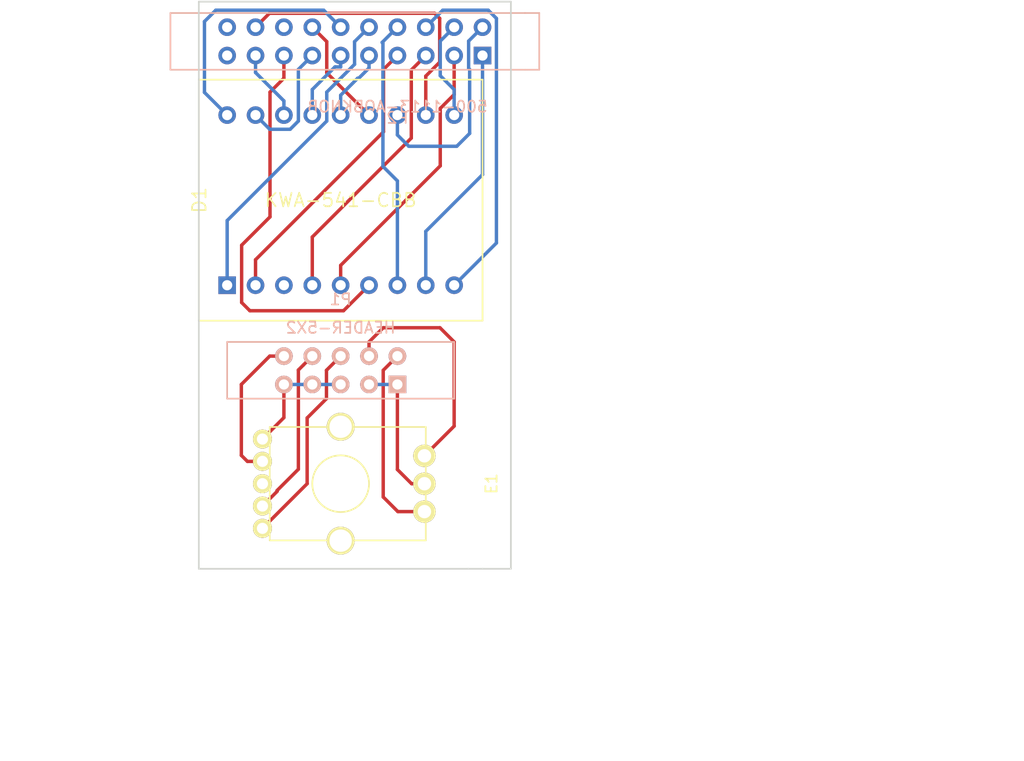
<source format=kicad_pcb>
(kicad_pcb (version 4) (host pcbnew 4.0.5)

  (general
    (links 27)
    (no_connects 10)
    (area 93.904999 92.634999 121.995001 143.585001)
    (thickness 1.6)
    (drawings 9)
    (tracks 119)
    (zones 0)
    (modules 4)
    (nets 27)
  )

  (page A)
  (title_block
    (title "Quad Encoder/2 Digit Display")
    (date 2017-01-18)
    (rev A)
  )

  (layers
    (0 F.Cu signal)
    (31 B.Cu signal)
    (32 B.Adhes user)
    (33 F.Adhes user)
    (34 B.Paste user)
    (35 F.Paste user)
    (36 B.SilkS user)
    (37 F.SilkS user)
    (38 B.Mask user)
    (39 F.Mask user)
    (40 Dwgs.User user)
    (41 Cmts.User user)
    (42 Eco1.User user)
    (43 Eco2.User user)
    (44 Edge.Cuts user)
    (45 Margin user)
    (46 B.CrtYd user)
    (47 F.CrtYd user)
    (48 B.Fab user)
    (49 F.Fab user)
  )

  (setup
    (last_trace_width 0.3048)
    (trace_clearance 0.3048)
    (zone_clearance 0.508)
    (zone_45_only no)
    (trace_min 0.2)
    (segment_width 0.2)
    (edge_width 0.15)
    (via_size 1.5748)
    (via_drill 0.9144)
    (via_min_size 0.4)
    (via_min_drill 0.3)
    (uvia_size 0.3)
    (uvia_drill 0.1)
    (uvias_allowed no)
    (uvia_min_size 0.2)
    (uvia_min_drill 0.1)
    (pcb_text_width 0.3)
    (pcb_text_size 1.5 1.5)
    (mod_edge_width 0.15)
    (mod_text_size 1 1)
    (mod_text_width 0.15)
    (pad_size 1.524 1.524)
    (pad_drill 0.762)
    (pad_to_mask_clearance 0.2)
    (aux_axis_origin 0 0)
    (visible_elements 7FFFEFFF)
    (pcbplotparams
      (layerselection 0x00030_80000001)
      (usegerberextensions false)
      (excludeedgelayer true)
      (linewidth 0.100000)
      (plotframeref false)
      (viasonmask false)
      (mode 1)
      (useauxorigin false)
      (hpglpennumber 1)
      (hpglpenspeed 20)
      (hpglpendiameter 15)
      (hpglpenoverlay 2)
      (psnegative false)
      (psa4output false)
      (plotreference true)
      (plotvalue true)
      (plotinvisibletext false)
      (padsonsilk false)
      (subtractmaskfromsilk false)
      (outputformat 1)
      (mirror false)
      (drillshape 0)
      (scaleselection 1)
      (outputdirectory ""))
  )

  (net 0 "")
  (net 1 "Net-(D1-Pad18)")
  (net 2 "Net-(D1-Pad1)")
  (net 3 "Net-(D1-Pad17)")
  (net 4 "Net-(D1-Pad2)")
  (net 5 "Net-(D1-Pad16)")
  (net 6 "Net-(D1-Pad15)")
  (net 7 "Net-(D1-Pad4)")
  (net 8 "Net-(D1-Pad14)")
  (net 9 "Net-(D1-Pad5)")
  (net 10 "Net-(D1-Pad13)")
  (net 11 "Net-(D1-Pad6)")
  (net 12 "Net-(D1-Pad12)")
  (net 13 "Net-(D1-Pad7)")
  (net 14 "Net-(D1-Pad11)")
  (net 15 "Net-(D1-Pad8)")
  (net 16 "Net-(D1-Pad10)")
  (net 17 "Net-(D1-Pad9)")
  (net 18 "Net-(E1-Pad6)")
  (net 19 "Net-(E1-Pad7)")
  (net 20 "Net-(E1-Pad8)")
  (net 21 "Net-(E1-Pad2)")
  (net 22 "Net-(E1-Pad1)")
  (net 23 "Net-(E1-Pad4)")
  (net 24 "Net-(E1-Pad5)")
  (net 25 "Net-(P2-Pad19)")
  (net 26 "Net-(P2-Pad20)")

  (net_class Default "This is the default net class."
    (clearance 0.3048)
    (trace_width 0.3048)
    (via_dia 1.5748)
    (via_drill 0.9144)
    (uvia_dia 0.3)
    (uvia_drill 0.1)
    (add_net "Net-(D1-Pad1)")
    (add_net "Net-(D1-Pad10)")
    (add_net "Net-(D1-Pad11)")
    (add_net "Net-(D1-Pad12)")
    (add_net "Net-(D1-Pad13)")
    (add_net "Net-(D1-Pad14)")
    (add_net "Net-(D1-Pad15)")
    (add_net "Net-(D1-Pad16)")
    (add_net "Net-(D1-Pad17)")
    (add_net "Net-(D1-Pad18)")
    (add_net "Net-(D1-Pad2)")
    (add_net "Net-(D1-Pad4)")
    (add_net "Net-(D1-Pad5)")
    (add_net "Net-(D1-Pad6)")
    (add_net "Net-(D1-Pad7)")
    (add_net "Net-(D1-Pad8)")
    (add_net "Net-(D1-Pad9)")
    (add_net "Net-(E1-Pad1)")
    (add_net "Net-(E1-Pad2)")
    (add_net "Net-(E1-Pad4)")
    (add_net "Net-(E1-Pad5)")
    (add_net "Net-(E1-Pad6)")
    (add_net "Net-(E1-Pad7)")
    (add_net "Net-(E1-Pad8)")
    (add_net "Net-(P2-Pad19)")
    (add_net "Net-(P2-Pad20)")
  )

  (module FootPrints:LED-DISPLAY-DUAL-DIGIT (layer F.Cu) (tedit 587FB8C2) (tstamp 587FC86E)
    (at 106.68 110.49)
    (path /587ED626)
    (fp_text reference D1 (at -12.6474 0 90) (layer F.SilkS)
      (effects (font (size 1.2 1.2) (thickness 0.15)))
    )
    (fp_text value KWA-541-CBB (at 0 0) (layer F.SilkS)
      (effects (font (size 1.2 1.2) (thickness 0.15)))
    )
    (fp_line (start 0 10.795) (end 12.7 10.795) (layer F.SilkS) (width 0.15))
    (fp_line (start 12.7 10.795) (end 12.7 -10.795) (layer F.SilkS) (width 0.15))
    (fp_line (start 12.7 -10.795) (end -12.7 -10.795) (layer F.SilkS) (width 0.15))
    (fp_line (start -12.7 -10.795) (end -12.7 10.795) (layer F.SilkS) (width 0.15))
    (fp_line (start -12.7 10.795) (end 0 10.795) (layer F.SilkS) (width 0.15))
    (pad 18 thru_hole circle (at -10.16 -7.62) (size 1.5748 1.5748) (drill 0.9144) (layers *.Cu *.Mask)
      (net 1 "Net-(D1-Pad18)"))
    (pad 1 thru_hole rect (at -10.16 7.62) (size 1.5748 1.5748) (drill 0.9144) (layers *.Cu *.Mask)
      (net 2 "Net-(D1-Pad1)"))
    (pad 17 thru_hole circle (at -7.62 -7.62) (size 1.5748 1.5748) (drill 0.9144) (layers *.Cu *.Mask)
      (net 3 "Net-(D1-Pad17)"))
    (pad 2 thru_hole circle (at -7.62 7.62) (size 1.5748 1.5748) (drill 0.9144) (layers *.Cu *.Mask)
      (net 4 "Net-(D1-Pad2)"))
    (pad 16 thru_hole circle (at -5.08 -7.62) (size 1.5748 1.5748) (drill 0.9144) (layers *.Cu *.Mask)
      (net 5 "Net-(D1-Pad16)"))
    (pad 3 thru_hole circle (at -5.08 7.62) (size 1.5748 1.5748) (drill 0.9144) (layers *.Cu *.Mask))
    (pad 15 thru_hole circle (at -2.54 -7.62) (size 1.5748 1.5748) (drill 0.9144) (layers *.Cu *.Mask)
      (net 6 "Net-(D1-Pad15)"))
    (pad 4 thru_hole circle (at -2.54 7.62) (size 1.5748 1.5748) (drill 0.9144) (layers *.Cu *.Mask)
      (net 7 "Net-(D1-Pad4)"))
    (pad 14 thru_hole circle (at 0 -7.62) (size 1.5748 1.5748) (drill 0.9144) (layers *.Cu *.Mask)
      (net 8 "Net-(D1-Pad14)"))
    (pad 5 thru_hole circle (at 0 7.62) (size 1.5748 1.5748) (drill 0.9144) (layers *.Cu *.Mask)
      (net 9 "Net-(D1-Pad5)"))
    (pad 13 thru_hole circle (at 2.54 -7.62) (size 1.5748 1.5748) (drill 0.9144) (layers *.Cu *.Mask)
      (net 10 "Net-(D1-Pad13)"))
    (pad 6 thru_hole circle (at 2.54 7.62) (size 1.5748 1.5748) (drill 0.9144) (layers *.Cu *.Mask)
      (net 11 "Net-(D1-Pad6)"))
    (pad 12 thru_hole circle (at 5.08 -7.62) (size 1.5748 1.5748) (drill 0.9144) (layers *.Cu *.Mask)
      (net 12 "Net-(D1-Pad12)"))
    (pad 7 thru_hole circle (at 5.08 7.62) (size 1.5748 1.5748) (drill 0.9144) (layers *.Cu *.Mask)
      (net 13 "Net-(D1-Pad7)"))
    (pad 11 thru_hole circle (at 7.62 -7.62) (size 1.5748 1.5748) (drill 0.9144) (layers *.Cu *.Mask)
      (net 14 "Net-(D1-Pad11)"))
    (pad 8 thru_hole circle (at 7.62 7.62) (size 1.5748 1.5748) (drill 0.9144) (layers *.Cu *.Mask)
      (net 15 "Net-(D1-Pad8)"))
    (pad 10 thru_hole circle (at 10.16 -7.62) (size 1.5748 1.5748) (drill 0.9144) (layers *.Cu *.Mask)
      (net 16 "Net-(D1-Pad10)"))
    (pad 9 thru_hole circle (at 10.16 7.62) (size 1.5748 1.5748) (drill 0.9144) (layers *.Cu *.Mask)
      (net 17 "Net-(D1-Pad9)"))
  )

  (module FootPrints:Rotary-Encoder-RGB-Sparkfun (layer F.Cu) (tedit 587E6D3B) (tstamp 587FC881)
    (at 106.68 135.89 90)
    (path /587ED5FD)
    (fp_text reference E1 (at 0 13.5 90) (layer F.SilkS)
      (effects (font (size 1 1) (thickness 0.15)))
    )
    (fp_text value ROTARY-ENCODER-RGB-SPARKFUN (at 0 12.5 90) (layer F.Fab)
      (effects (font (size 1 1) (thickness 0.15)))
    )
    (fp_line (start -5.08 -6.35) (end 5.08 -6.35) (layer F.SilkS) (width 0.15))
    (fp_line (start 5.08 -6.35) (end 5.08 7.62) (layer F.SilkS) (width 0.15))
    (fp_line (start 5.08 7.62) (end -5.08 7.62) (layer F.SilkS) (width 0.15))
    (fp_line (start -5.08 7.62) (end -5.08 -6.35) (layer F.SilkS) (width 0.15))
    (fp_circle (center 0 0) (end 2.54 0) (layer F.SilkS) (width 0.15))
    (pad 6 thru_hole circle (at -2.5 7.5 90) (size 2 2) (drill 1.2) (layers *.Cu *.Mask F.SilkS)
      (net 18 "Net-(E1-Pad6)"))
    (pad 7 thru_hole circle (at 0 7.5 90) (size 2 2) (drill 1.2) (layers *.Cu *.Mask F.SilkS)
      (net 19 "Net-(E1-Pad7)"))
    (pad 8 thru_hole circle (at 2.5 7.5 90) (size 2 2) (drill 1.2) (layers *.Cu *.Mask F.SilkS)
      (net 20 "Net-(E1-Pad8)"))
    (pad 3 thru_hole circle (at 0 -7 90) (size 1.7 1.7) (drill 1) (layers *.Cu *.Mask F.SilkS))
    (pad 2 thru_hole circle (at -2 -7 90) (size 1.7 1.7) (drill 1) (layers *.Cu *.Mask F.SilkS)
      (net 21 "Net-(E1-Pad2)"))
    (pad 1 thru_hole circle (at -4 -7 90) (size 1.7 1.7) (drill 1) (layers *.Cu *.Mask F.SilkS)
      (net 22 "Net-(E1-Pad1)"))
    (pad 4 thru_hole circle (at 2 -7 90) (size 1.7 1.7) (drill 1) (layers *.Cu *.Mask F.SilkS)
      (net 23 "Net-(E1-Pad4)"))
    (pad 5 thru_hole circle (at 4 -7 90) (size 1.7 1.7) (drill 1) (layers *.Cu *.Mask F.SilkS)
      (net 24 "Net-(E1-Pad5)"))
    (pad "" thru_hole circle (at 5.1 0 90) (size 2.5 2.5) (drill 2) (layers *.Cu *.Mask F.SilkS))
    (pad "" thru_hole circle (at -5.1 0 90) (size 2.5 2.5) (drill 2) (layers *.Cu *.Mask F.SilkS))
  )

  (module FootPrints:IDC5x2_Vert (layer B.Cu) (tedit 56F1A429) (tstamp 587FC893)
    (at 106.68 125.73)
    (path /587FAAF3)
    (fp_text reference P1 (at 0 -6.35) (layer B.SilkS)
      (effects (font (size 1 1) (thickness 0.15)) (justify mirror))
    )
    (fp_text value HEADER-5X2 (at 0 -3.81) (layer B.SilkS)
      (effects (font (size 1 1) (thickness 0.15)) (justify mirror))
    )
    (fp_line (start 10.16 -2.54) (end -10.16 -2.54) (layer B.SilkS) (width 0.15))
    (fp_line (start 10.16 2.54) (end -10.16 2.54) (layer B.SilkS) (width 0.15))
    (fp_line (start -10.16 -2.54) (end -10.16 2.54) (layer B.SilkS) (width 0.15))
    (fp_line (start 10.16 2.54) (end 10.16 -2.54) (layer B.SilkS) (width 0.15))
    (pad 1 thru_hole rect (at 5.08 1.27) (size 1.5748 1.5748) (drill 0.9144) (layers *.Cu *.Mask B.SilkS)
      (net 19 "Net-(E1-Pad7)"))
    (pad 2 thru_hole circle (at 5.08 -1.27) (size 1.5748 1.5748) (drill 0.9144) (layers *.Cu *.Mask B.SilkS)
      (net 18 "Net-(E1-Pad6)"))
    (pad 3 thru_hole circle (at 2.54 1.27) (size 1.5748 1.5748) (drill 0.9144) (layers *.Cu *.Mask B.SilkS)
      (net 19 "Net-(E1-Pad7)"))
    (pad 4 thru_hole circle (at 2.54 -1.27) (size 1.5748 1.5748) (drill 0.9144) (layers *.Cu *.Mask B.SilkS)
      (net 20 "Net-(E1-Pad8)"))
    (pad 5 thru_hole circle (at 0 1.27) (size 1.5748 1.5748) (drill 0.9144) (layers *.Cu *.Mask B.SilkS)
      (net 24 "Net-(E1-Pad5)"))
    (pad 6 thru_hole circle (at 0 -1.27) (size 1.5748 1.5748) (drill 0.9144) (layers *.Cu *.Mask B.SilkS)
      (net 22 "Net-(E1-Pad1)"))
    (pad 7 thru_hole circle (at -2.54 1.27) (size 1.5748 1.5748) (drill 0.9144) (layers *.Cu *.Mask B.SilkS)
      (net 24 "Net-(E1-Pad5)"))
    (pad 8 thru_hole circle (at -2.54 -1.27) (size 1.5748 1.5748) (drill 0.9144) (layers *.Cu *.Mask B.SilkS)
      (net 21 "Net-(E1-Pad2)"))
    (pad 9 thru_hole circle (at -5.08 1.27) (size 1.5748 1.5748) (drill 0.9144) (layers *.Cu *.Mask B.SilkS)
      (net 24 "Net-(E1-Pad5)"))
    (pad 10 thru_hole circle (at -5.08 -1.27) (size 1.5748 1.5748) (drill 0.9144) (layers *.Cu *.Mask B.SilkS)
      (net 23 "Net-(E1-Pad4)"))
  )

  (module FootPrints:IDC10x2-Vert (layer B.Cu) (tedit 587FB0CE) (tstamp 587FC8B1)
    (at 111.76 102.616 180)
    (path /5880E5F3)
    (fp_text reference P2 (at 0 -0.5 180) (layer B.SilkS)
      (effects (font (size 1 1) (thickness 0.15)) (justify mirror))
    )
    (fp_text value 500-1113-AQBKNOB (at 0 0.5 180) (layer B.SilkS)
      (effects (font (size 1 1) (thickness 0.15)) (justify mirror))
    )
    (fp_line (start -11.43 3.81) (end -12.7 3.81) (layer B.SilkS) (width 0.15))
    (fp_line (start -11.43 8.89) (end -12.7 8.89) (layer B.SilkS) (width 0.15))
    (fp_line (start -12.7 3.81) (end -12.7 8.89) (layer B.SilkS) (width 0.15))
    (fp_line (start -11.43 8.89) (end 20.32 8.89) (layer B.SilkS) (width 0.15))
    (fp_line (start 20.32 8.89) (end 20.32 3.81) (layer B.SilkS) (width 0.15))
    (fp_line (start 20.32 3.81) (end -11.43 3.81) (layer B.SilkS) (width 0.15))
    (pad 1 thru_hole rect (at -7.62 5.08 180) (size 1.5748 1.5748) (drill 0.9144) (layers *.Cu *.Mask)
      (net 15 "Net-(D1-Pad8)"))
    (pad 2 thru_hole circle (at -7.62 7.62 180) (size 1.5748 1.5748) (drill 0.9144) (layers *.Cu *.Mask)
      (net 12 "Net-(D1-Pad12)"))
    (pad 3 thru_hole circle (at -5.08 5.08 180) (size 1.5748 1.5748) (drill 0.9144) (layers *.Cu *.Mask)
      (net 9 "Net-(D1-Pad5)"))
    (pad 4 thru_hole circle (at -5.08 7.62 180) (size 1.5748 1.5748) (drill 0.9144) (layers *.Cu *.Mask)
      (net 16 "Net-(D1-Pad10)"))
    (pad 5 thru_hole circle (at -2.54 5.08 180) (size 1.5748 1.5748) (drill 0.9144) (layers *.Cu *.Mask)
      (net 7 "Net-(D1-Pad4)"))
    (pad 6 thru_hole circle (at -2.54 7.62 180) (size 1.5748 1.5748) (drill 0.9144) (layers *.Cu *.Mask)
      (net 17 "Net-(D1-Pad9)"))
    (pad 7 thru_hole circle (at 0 5.08 180) (size 1.5748 1.5748) (drill 0.9144) (layers *.Cu *.Mask)
      (net 4 "Net-(D1-Pad2)"))
    (pad 8 thru_hole circle (at 0 7.62 180) (size 1.5748 1.5748) (drill 0.9144) (layers *.Cu *.Mask)
      (net 13 "Net-(D1-Pad7)"))
    (pad 9 thru_hole circle (at 2.54 5.08 180) (size 1.5748 1.5748) (drill 0.9144) (layers *.Cu *.Mask)
      (net 8 "Net-(D1-Pad14)"))
    (pad 10 thru_hole circle (at 2.54 7.62 180) (size 1.5748 1.5748) (drill 0.9144) (layers *.Cu *.Mask)
      (net 2 "Net-(D1-Pad1)"))
    (pad 11 thru_hole circle (at 5.08 5.08 180) (size 1.5748 1.5748) (drill 0.9144) (layers *.Cu *.Mask)
      (net 6 "Net-(D1-Pad15)"))
    (pad 12 thru_hole circle (at 5.08 7.62 180) (size 1.5748 1.5748) (drill 0.9144) (layers *.Cu *.Mask)
      (net 1 "Net-(D1-Pad18)"))
    (pad 13 thru_hole circle (at 7.62 5.08 180) (size 1.5748 1.5748) (drill 0.9144) (layers *.Cu *.Mask)
      (net 3 "Net-(D1-Pad17)"))
    (pad 14 thru_hole circle (at 7.62 7.62 180) (size 1.5748 1.5748) (drill 0.9144) (layers *.Cu *.Mask)
      (net 10 "Net-(D1-Pad13)"))
    (pad 15 thru_hole circle (at 10.16 5.08 180) (size 1.5748 1.5748) (drill 0.9144) (layers *.Cu *.Mask)
      (net 11 "Net-(D1-Pad6)"))
    (pad 16 thru_hole circle (at 10.16 7.62 180) (size 1.5748 1.5748) (drill 0.9144) (layers *.Cu *.Mask))
    (pad 17 thru_hole circle (at 12.7 5.08 180) (size 1.5748 1.5748) (drill 0.9144) (layers *.Cu *.Mask)
      (net 5 "Net-(D1-Pad16)"))
    (pad 18 thru_hole circle (at 12.7 7.62 180) (size 1.5748 1.5748) (drill 0.9144) (layers *.Cu *.Mask)
      (net 14 "Net-(D1-Pad11)"))
    (pad 19 thru_hole circle (at 15.24 5.08 180) (size 1.5748 1.5748) (drill 0.9144) (layers *.Cu *.Mask)
      (net 25 "Net-(P2-Pad19)"))
    (pad 20 thru_hole circle (at 15.24 7.62 180) (size 1.5748 1.5748) (drill 0.9144) (layers *.Cu *.Mask)
      (net 26 "Net-(P2-Pad20)"))
  )

  (dimension 50.8 (width 0.3) (layer F.Fab)
    (gr_text "2.0000 in" (at 82.470001 118.11 270) (layer F.Fab)
      (effects (font (size 1.5 1.5) (thickness 0.3)))
    )
    (feature1 (pts (xy 91.44 143.51) (xy 81.120001 143.51)))
    (feature2 (pts (xy 91.44 92.71) (xy 81.120001 92.71)))
    (crossbar (pts (xy 83.820001 92.71) (xy 83.820001 143.51)))
    (arrow1a (pts (xy 83.820001 143.51) (xy 83.23358 142.383496)))
    (arrow1b (pts (xy 83.820001 143.51) (xy 84.406422 142.383496)))
    (arrow2a (pts (xy 83.820001 92.71) (xy 83.23358 93.836504)))
    (arrow2b (pts (xy 83.820001 92.71) (xy 84.406422 93.836504)))
  )
  (dimension 27.94 (width 0.3) (layer F.Fab)
    (gr_text "1.1000 in" (at 107.95 161.37) (layer F.Fab)
      (effects (font (size 1.5 1.5) (thickness 0.3)))
    )
    (feature1 (pts (xy 121.92 147.32) (xy 121.92 162.72)))
    (feature2 (pts (xy 93.98 147.32) (xy 93.98 162.72)))
    (crossbar (pts (xy 93.98 160.02) (xy 121.92 160.02)))
    (arrow1a (pts (xy 121.92 160.02) (xy 120.793496 160.606421)))
    (arrow1b (pts (xy 121.92 160.02) (xy 120.793496 159.433579)))
    (arrow2a (pts (xy 93.98 160.02) (xy 95.106504 160.606421)))
    (arrow2b (pts (xy 93.98 160.02) (xy 95.106504 159.433579)))
  )
  (gr_line (start 121.92 92.71) (end 93.98 92.71) (angle 90) (layer Edge.Cuts) (width 0.15))
  (gr_line (start 121.92 143.51) (end 121.92 92.71) (angle 90) (layer Edge.Cuts) (width 0.15))
  (gr_line (start 119.38 143.51) (end 121.92 143.51) (angle 90) (layer Edge.Cuts) (width 0.15))
  (gr_line (start 118.11 143.51) (end 119.38 143.51) (angle 90) (layer Edge.Cuts) (width 0.15))
  (gr_line (start 93.98 143.51) (end 118.11 143.51) (angle 90) (layer Edge.Cuts) (width 0.15))
  (gr_line (start 93.98 92.71) (end 93.98 143.51) (angle 90) (layer Edge.Cuts) (width 0.15))
  (dimension 25.4 (width 0.3) (layer F.Fab)
    (gr_text "1.0000 in" (at 165.179999 123.19 90) (layer F.Fab)
      (effects (font (size 1.5 1.5) (thickness 0.3)))
    )
    (feature1 (pts (xy 128.27 110.49) (xy 166.529999 110.49)))
    (feature2 (pts (xy 128.27 135.89) (xy 166.529999 135.89)))
    (crossbar (pts (xy 163.829999 135.89) (xy 163.829999 110.49)))
    (arrow1a (pts (xy 163.829999 110.49) (xy 164.41642 111.616504)))
    (arrow1b (pts (xy 163.829999 110.49) (xy 163.243578 111.616504)))
    (arrow2a (pts (xy 163.829999 135.89) (xy 164.41642 134.763496)))
    (arrow2b (pts (xy 163.829999 135.89) (xy 163.243578 134.763496)))
  )

  (segment (start 106.68 94.996) (end 105.156 93.472) (width 0.3048) (layer B.Cu) (net 1))
  (segment (start 105.156 93.472) (end 95.504 93.472) (width 0.3048) (layer B.Cu) (net 1))
  (segment (start 95.504 93.472) (end 94.488 94.488) (width 0.3048) (layer B.Cu) (net 1))
  (segment (start 94.488 94.488) (end 94.488 100.838) (width 0.3048) (layer B.Cu) (net 1))
  (segment (start 94.488 100.838) (end 96.52 102.87) (width 0.3048) (layer B.Cu) (net 1))
  (segment (start 105.435399 103.403399) (end 96.52 112.318798) (width 0.3048) (layer B.Cu) (net 2))
  (segment (start 96.52 112.318798) (end 96.52 118.11) (width 0.3048) (layer B.Cu) (net 2))
  (segment (start 107.924601 98.323399) (end 105.435399 100.812601) (width 0.3048) (layer B.Cu) (net 2))
  (segment (start 105.435399 100.812601) (end 105.435399 103.403399) (width 0.3048) (layer B.Cu) (net 2))
  (segment (start 109.22 94.996) (end 107.924601 96.291399) (width 0.3048) (layer B.Cu) (net 2))
  (segment (start 107.924601 96.291399) (end 107.924601 98.323399) (width 0.3048) (layer B.Cu) (net 2))
  (segment (start 102.158798 104.14) (end 100.33 104.14) (width 0.3048) (layer B.Cu) (net 3))
  (segment (start 100.33 104.14) (end 99.06 102.87) (width 0.3048) (layer B.Cu) (net 3))
  (segment (start 102.895399 103.403399) (end 102.158798 104.14) (width 0.3048) (layer B.Cu) (net 3))
  (segment (start 104.14 97.536) (end 102.895399 98.780601) (width 0.3048) (layer B.Cu) (net 3))
  (segment (start 102.895399 98.780601) (end 102.895399 103.403399) (width 0.3048) (layer B.Cu) (net 3))
  (segment (start 99.06 115.824) (end 99.06 118.11) (width 0.3048) (layer F.Cu) (net 4))
  (segment (start 110.515399 104.368601) (end 99.06 115.824) (width 0.3048) (layer F.Cu) (net 4))
  (segment (start 111.76 97.536) (end 110.515399 98.780601) (width 0.3048) (layer F.Cu) (net 4))
  (segment (start 110.515399 98.780601) (end 110.515399 104.368601) (width 0.3048) (layer F.Cu) (net 4))
  (segment (start 101.6 101.6) (end 101.6 102.87) (width 0.3048) (layer B.Cu) (net 5))
  (segment (start 99.06 99.06) (end 101.6 101.6) (width 0.3048) (layer B.Cu) (net 5))
  (segment (start 99.06 97.536) (end 99.06 99.06) (width 0.3048) (layer B.Cu) (net 5))
  (segment (start 106.172 98.552) (end 104.14 100.584) (width 0.3048) (layer B.Cu) (net 6))
  (segment (start 104.14 100.584) (end 104.14 102.87) (width 0.3048) (layer B.Cu) (net 6))
  (segment (start 106.68 98.552) (end 106.172 98.552) (width 0.3048) (layer B.Cu) (net 6))
  (segment (start 106.68 97.536) (end 106.68 98.552) (width 0.3048) (layer B.Cu) (net 6))
  (segment (start 104.14 113.792) (end 104.14 118.11) (width 0.3048) (layer F.Cu) (net 7))
  (segment (start 113.004601 104.927399) (end 104.14 113.792) (width 0.3048) (layer F.Cu) (net 7))
  (segment (start 114.3 97.536) (end 113.004601 98.831399) (width 0.3048) (layer F.Cu) (net 7))
  (segment (start 113.004601 98.831399) (end 113.004601 104.927399) (width 0.3048) (layer F.Cu) (net 7))
  (segment (start 108.204 99.568) (end 106.68 101.092) (width 0.3048) (layer B.Cu) (net 8))
  (segment (start 106.68 101.092) (end 106.68 102.87) (width 0.3048) (layer B.Cu) (net 8))
  (segment (start 108.301551 99.568) (end 108.204 99.568) (width 0.3048) (layer B.Cu) (net 8))
  (segment (start 109.22 97.536) (end 109.22 98.649551) (width 0.3048) (layer B.Cu) (net 8))
  (segment (start 109.22 98.649551) (end 108.301551 99.568) (width 0.3048) (layer B.Cu) (net 8))
  (segment (start 116.84 97.536) (end 116.84 101.02799) (width 0.3048) (layer F.Cu) (net 9))
  (segment (start 116.84 101.02799) (end 115.595399 102.272591) (width 0.3048) (layer F.Cu) (net 9))
  (segment (start 115.595399 102.272591) (end 115.595399 107.416601) (width 0.3048) (layer F.Cu) (net 9))
  (segment (start 115.595399 107.416601) (end 106.68 116.332) (width 0.3048) (layer F.Cu) (net 9))
  (segment (start 106.68 116.332) (end 106.68 118.11) (width 0.3048) (layer F.Cu) (net 9))
  (segment (start 104.14 94.996) (end 105.435399 96.291399) (width 0.3048) (layer F.Cu) (net 10))
  (segment (start 105.435399 99.085399) (end 108.432601 102.082601) (width 0.3048) (layer F.Cu) (net 10))
  (segment (start 105.435399 96.291399) (end 105.435399 99.085399) (width 0.3048) (layer F.Cu) (net 10))
  (segment (start 108.432601 102.082601) (end 109.22 102.87) (width 0.3048) (layer F.Cu) (net 10))
  (segment (start 100.355399 100.812601) (end 101.6 99.568) (width 0.3048) (layer F.Cu) (net 11))
  (segment (start 101.6 99.568) (end 101.6 97.536) (width 0.3048) (layer F.Cu) (net 11))
  (segment (start 97.815399 114.528601) (end 100.355399 111.988601) (width 0.3048) (layer F.Cu) (net 11))
  (segment (start 100.355399 111.988601) (end 100.355399 100.812601) (width 0.3048) (layer F.Cu) (net 11))
  (segment (start 98.552 120.396) (end 97.815399 119.659399) (width 0.3048) (layer F.Cu) (net 11))
  (segment (start 97.815399 119.659399) (end 97.815399 114.528601) (width 0.3048) (layer F.Cu) (net 11))
  (segment (start 106.934 120.396) (end 98.552 120.396) (width 0.3048) (layer F.Cu) (net 11))
  (segment (start 109.22 118.11) (end 106.934 120.396) (width 0.3048) (layer F.Cu) (net 11))
  (segment (start 112.268 105.156) (end 111.76 104.648) (width 0.3048) (layer B.Cu) (net 12))
  (segment (start 111.76 104.648) (end 111.76 102.87) (width 0.3048) (layer B.Cu) (net 12))
  (segment (start 112.776 105.664) (end 112.268 105.156) (width 0.3048) (layer B.Cu) (net 12))
  (segment (start 117.073678 105.664) (end 112.776 105.664) (width 0.3048) (layer B.Cu) (net 12))
  (segment (start 118.226839 104.510839) (end 117.073678 105.664) (width 0.3048) (layer B.Cu) (net 12))
  (segment (start 118.226839 98.780601) (end 118.226839 104.510839) (width 0.3048) (layer B.Cu) (net 12))
  (segment (start 119.38 94.996) (end 118.135399 96.240601) (width 0.3048) (layer B.Cu) (net 12))
  (segment (start 118.135399 96.240601) (end 118.135399 98.689161) (width 0.3048) (layer B.Cu) (net 12))
  (segment (start 118.135399 98.689161) (end 118.226839 98.780601) (width 0.3048) (layer B.Cu) (net 12))
  (segment (start 111.76 108.762798) (end 111.76 118.11) (width 0.3048) (layer B.Cu) (net 13))
  (segment (start 110.464601 107.467399) (end 111.76 108.762798) (width 0.3048) (layer B.Cu) (net 13))
  (segment (start 110.395005 96.360995) (end 110.464601 96.430591) (width 0.3048) (layer B.Cu) (net 13))
  (segment (start 110.464601 96.430591) (end 110.464601 107.467399) (width 0.3048) (layer B.Cu) (net 13))
  (segment (start 111.76 94.996) (end 110.395005 96.360995) (width 0.3048) (layer B.Cu) (net 13))
  (segment (start 100.304601 93.751399) (end 99.06 94.996) (width 0.3048) (layer F.Cu) (net 14))
  (segment (start 115.544601 94.208601) (end 115.087399 93.751399) (width 0.3048) (layer F.Cu) (net 14))
  (segment (start 115.087399 93.751399) (end 100.304601 93.751399) (width 0.3048) (layer F.Cu) (net 14))
  (segment (start 114.3 102.87) (end 114.3 99.37801) (width 0.3048) (layer F.Cu) (net 14))
  (segment (start 114.3 99.37801) (end 115.544601 98.133409) (width 0.3048) (layer F.Cu) (net 14))
  (segment (start 115.544601 98.133409) (end 115.544601 94.208601) (width 0.3048) (layer F.Cu) (net 14))
  (segment (start 119.38 108.204) (end 114.3 113.284) (width 0.3048) (layer B.Cu) (net 15))
  (segment (start 114.3 113.284) (end 114.3 118.11) (width 0.3048) (layer B.Cu) (net 15))
  (segment (start 119.38 97.536) (end 119.38 108.204) (width 0.3048) (layer B.Cu) (net 15))
  (segment (start 116.84 100.584) (end 116.84 102.87) (width 0.3048) (layer B.Cu) (net 16))
  (segment (start 115.595399 99.339399) (end 116.84 100.584) (width 0.3048) (layer B.Cu) (net 16))
  (segment (start 116.84 94.996) (end 115.595399 96.240601) (width 0.3048) (layer B.Cu) (net 16))
  (segment (start 115.595399 96.240601) (end 115.595399 99.339399) (width 0.3048) (layer B.Cu) (net 16))
  (segment (start 119.888 93.472) (end 115.824 93.472) (width 0.3048) (layer B.Cu) (net 17))
  (segment (start 115.824 93.472) (end 114.3 94.996) (width 0.3048) (layer B.Cu) (net 17))
  (segment (start 120.624601 94.208601) (end 119.888 93.472) (width 0.3048) (layer B.Cu) (net 17))
  (segment (start 116.84 118.11) (end 120.624601 114.325399) (width 0.3048) (layer B.Cu) (net 17))
  (segment (start 120.624601 114.325399) (end 120.624601 94.208601) (width 0.3048) (layer B.Cu) (net 17))
  (segment (start 110.49 137.08) (end 110.49 125.73) (width 0.3048) (layer F.Cu) (net 18))
  (segment (start 110.49 125.73) (end 111.76 124.46) (width 0.3048) (layer F.Cu) (net 18))
  (segment (start 111.8 138.39) (end 110.49 137.08) (width 0.3048) (layer F.Cu) (net 18))
  (segment (start 114.18 138.39) (end 111.8 138.39) (width 0.3048) (layer F.Cu) (net 18))
  (segment (start 109.22 127) (end 111.76 127) (width 0.3048) (layer B.Cu) (net 19))
  (segment (start 113.03 135.89) (end 114.18 135.89) (width 0.3048) (layer F.Cu) (net 19))
  (segment (start 111.76 134.62) (end 113.03 135.89) (width 0.3048) (layer F.Cu) (net 19))
  (segment (start 111.76 127) (end 111.76 134.62) (width 0.3048) (layer F.Cu) (net 19))
  (segment (start 109.22 123.19) (end 109.22 124.46) (width 0.3048) (layer F.Cu) (net 20))
  (segment (start 110.49 121.92) (end 109.22 123.19) (width 0.3048) (layer F.Cu) (net 20))
  (segment (start 115.57 121.92) (end 110.49 121.92) (width 0.3048) (layer F.Cu) (net 20))
  (segment (start 116.84 123.19) (end 115.57 121.92) (width 0.3048) (layer F.Cu) (net 20))
  (segment (start 116.84 130.73) (end 116.84 123.19) (width 0.3048) (layer F.Cu) (net 20))
  (segment (start 114.18 133.39) (end 116.84 130.73) (width 0.3048) (layer F.Cu) (net 20))
  (segment (start 100.987201 136.502799) (end 102.895399 134.594601) (width 0.3048) (layer F.Cu) (net 21))
  (segment (start 102.895399 134.594601) (end 102.895399 125.704601) (width 0.3048) (layer F.Cu) (net 21))
  (segment (start 102.895399 125.704601) (end 103.352601 125.247399) (width 0.3048) (layer F.Cu) (net 21))
  (segment (start 103.352601 125.247399) (end 104.14 124.46) (width 0.3048) (layer F.Cu) (net 21))
  (segment (start 99.68 137.89) (end 100.987201 136.582799) (width 0.3048) (layer F.Cu) (net 21))
  (segment (start 100.987201 136.582799) (end 100.987201 136.502799) (width 0.3048) (layer F.Cu) (net 21))
  (segment (start 105.41 125.73) (end 106.68 124.46) (width 0.3048) (layer F.Cu) (net 22))
  (segment (start 105.41 128.27) (end 105.41 125.73) (width 0.3048) (layer F.Cu) (net 22))
  (segment (start 103.68 130) (end 105.41 128.27) (width 0.3048) (layer F.Cu) (net 22))
  (segment (start 103.68 135.89) (end 103.68 130) (width 0.3048) (layer F.Cu) (net 22))
  (segment (start 99.68 139.89) (end 103.68 135.89) (width 0.3048) (layer F.Cu) (net 22))
  (segment (start 100.33 124.46) (end 101.6 124.46) (width 0.3048) (layer F.Cu) (net 23))
  (segment (start 97.79 127) (end 100.33 124.46) (width 0.3048) (layer F.Cu) (net 23))
  (segment (start 97.79 133.35) (end 97.79 127) (width 0.3048) (layer F.Cu) (net 23))
  (segment (start 98.33 133.89) (end 97.79 133.35) (width 0.3048) (layer F.Cu) (net 23))
  (segment (start 99.68 133.89) (end 98.33 133.89) (width 0.3048) (layer F.Cu) (net 23))
  (segment (start 106.68 127) (end 104.14 127) (width 0.3048) (layer B.Cu) (net 24))
  (segment (start 104.14 127) (end 101.6 127) (width 0.3048) (layer B.Cu) (net 24) (tstamp 5880024E))
  (segment (start 99.68 131.89) (end 101.6 129.97) (width 0.3048) (layer F.Cu) (net 24))
  (segment (start 101.6 129.97) (end 101.6 127) (width 0.3048) (layer F.Cu) (net 24))

)

</source>
